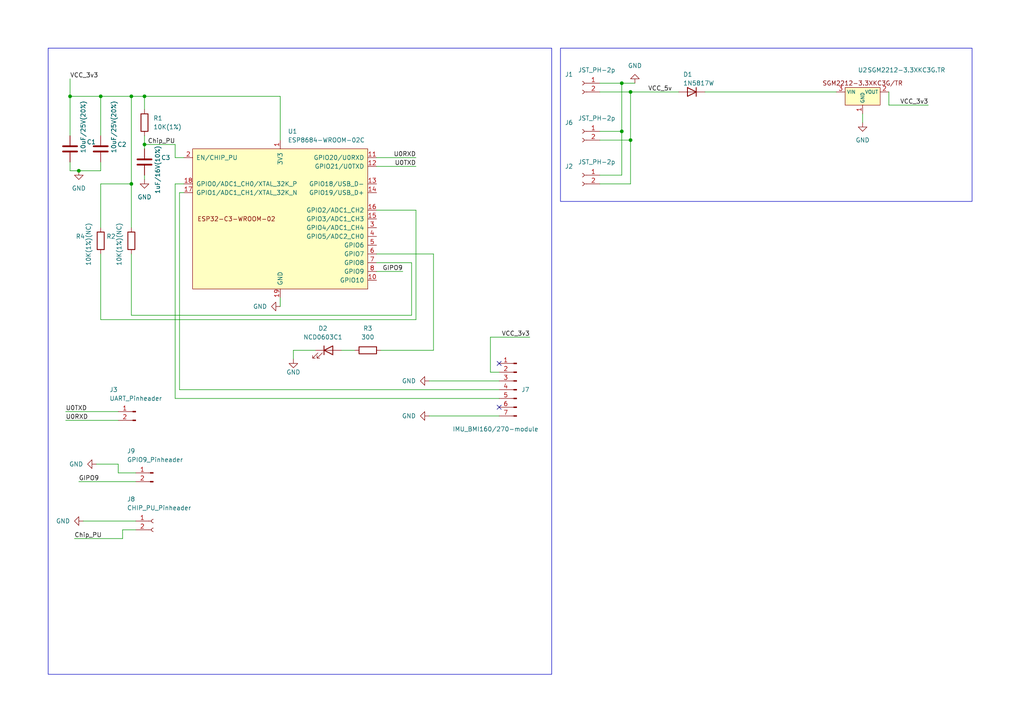
<source format=kicad_sch>
(kicad_sch (version 20230121) (generator eeschema)
  (paper "A4")
  (title_block (title "LimeTK_SomeSlime-MCU") (date "2024-03-13") (rev "v0.1") (company "SourLemonJuice"))
  (lib_symbols
    (symbol "Connector:Conn_01x02_Pin" (pin_names (offset 1.016) hide)
      (property "Reference" "J" (at 0 2.54 0))
      (property "Value" "Conn_01x02_Pin" (at 0 -5.08 0))
      (symbol "Conn_01x02_Pin_1_1"
        (polyline (pts (xy 1.27 -2.54) (xy 0.8636 -2.54)) (stroke (width 0.1524)))
        (polyline (pts (xy 1.27 0) (xy 0.8636 0)) (stroke (width 0.1524)))
        (rectangle (start 0.8636 -2.413) (end 0 -2.667) (stroke (width 0.1524)) (fill (type outline)))
        (rectangle (start 0.8636 0.127) (end 0 -0.127) (stroke (width 0.1524)) (fill (type outline)))
        (pin passive line (at 5.08 0 180) (length 3.81) (name "Pin_1") (number "1"))
        (pin passive line (at 5.08 -2.54 180) (length 3.81) (name "Pin_2") (number "2"))
      )
    )
    (symbol "Connector:Conn_01x02_Socket" (pin_names (offset 1.016) hide)
      (property "Reference" "J" (at 0 2.54 0))
      (property "Value" "Conn_01x02_Socket" (at 0 -5.08 0))
      (symbol "Conn_01x02_Socket_1_1"
        (arc (start 0 -2.032) (mid -0.5058 -2.54) (end 0 -3.048) (stroke (width 0.1524)))
        (polyline (pts (xy -1.27 -2.54) (xy -0.508 -2.54)) (stroke (width 0.1524)))
        (polyline (pts (xy -1.27 0) (xy -0.508 0)) (stroke (width 0.1524)))
        (arc (start 0 0.508) (mid -0.5058 0) (end 0 -0.508) (stroke (width 0.1524)))
        (pin passive line (at -5.08 0 0) (length 3.81) (name "Pin_1") (number "1"))
        (pin passive line (at -5.08 -2.54 0) (length 3.81) (name "Pin_2") (number "2"))
      )
    )
    (symbol "Connector:Conn_01x07_Pin" (pin_names (offset 1.016) hide)
      (property "Reference" "J" (at 0 10.16 0))
      (property "Value" "Conn_01x07_Pin" (at 0 -10.16 0))
      (symbol "Conn_01x07_Pin_1_1"
        (polyline (pts (xy 1.27 -7.62) (xy 0.8636 -7.62)) (stroke (width 0.1524)))
        (polyline (pts (xy 1.27 -5.08) (xy 0.8636 -5.08)) (stroke (width 0.1524)))
        (polyline (pts (xy 1.27 -2.54) (xy 0.8636 -2.54)) (stroke (width 0.1524)))
        (polyline (pts (xy 1.27 0) (xy 0.8636 0)) (stroke (width 0.1524)))
        (polyline (pts (xy 1.27 2.54) (xy 0.8636 2.54)) (stroke (width 0.1524)))
        (polyline (pts (xy 1.27 5.08) (xy 0.8636 5.08)) (stroke (width 0.1524)))
        (polyline (pts (xy 1.27 7.62) (xy 0.8636 7.62)) (stroke (width 0.1524)))
        (rectangle (start 0.8636 -7.493) (end 0 -7.747) (stroke (width 0.1524)) (fill (type outline)))
        (rectangle (start 0.8636 -4.953) (end 0 -5.207) (stroke (width 0.1524)) (fill (type outline)))
        (rectangle (start 0.8636 -2.413) (end 0 -2.667) (stroke (width 0.1524)) (fill (type outline)))
        (rectangle (start 0.8636 0.127) (end 0 -0.127) (stroke (width 0.1524)) (fill (type outline)))
        (rectangle (start 0.8636 2.667) (end 0 2.413) (stroke (width 0.1524)) (fill (type outline)))
        (rectangle (start 0.8636 5.207) (end 0 4.953) (stroke (width 0.1524)) (fill (type outline)))
        (rectangle (start 0.8636 7.747) (end 0 7.493) (stroke (width 0.1524)) (fill (type outline)))
        (pin passive line (at 5.08 7.62 180) (length 3.81) (name "Pin_1") (number "1"))
        (pin passive line (at 5.08 5.08 180) (length 3.81) (name "Pin_2") (number "2"))
        (pin passive line (at 5.08 2.54 180) (length 3.81) (name "Pin_3") (number "3"))
        (pin passive line (at 5.08 0 180) (length 3.81) (name "Pin_4") (number "4"))
        (pin passive line (at 5.08 -2.54 180) (length 3.81) (name "Pin_5") (number "5"))
        (pin passive line (at 5.08 -5.08 180) (length 3.81) (name "Pin_6") (number "6"))
        (pin passive line (at 5.08 -7.62 180) (length 3.81) (name "Pin_7") (number "7"))
      )
    )
    (symbol "Device:C" (pin_numbers hide) (pin_names (offset 0.254))
      (property "Reference" "C" (at 0.635 2.54 0))
      (property "Value" "C" (at 0.635 -2.54 0))
      (symbol "C_0_1"
        (polyline (pts (xy -2.032 -0.762) (xy 2.032 -0.762)) (stroke (width 0.508)))
        (polyline (pts (xy -2.032 0.762) (xy 2.032 0.762)) (stroke (width 0.508)))
      )
      (symbol "C_1_1"
        (pin passive line (at 0 3.81 270) (length 2.794) (name "~") (number "1"))
        (pin passive line (at 0 -3.81 90) (length 2.794) (name "~") (number "2"))
      )
    )
    (symbol "Device:D" (pin_numbers hide) (pin_names (offset 1.016) hide)
      (property "Reference" "D" (at 0 2.54 0))
      (property "Value" "D" (at 0 -2.54 0))
      (symbol "D_0_1"
        (polyline (pts (xy -1.27 1.27) (xy -1.27 -1.27)) (stroke (width 0.254)))
        (polyline (pts (xy 1.27 0) (xy -1.27 0)))
        (polyline (pts (xy 1.27 1.27) (xy 1.27 -1.27) (xy -1.27 0) (xy 1.27 1.27)) (stroke (width 0.254)))
      )
      (symbol "D_1_1"
        (pin passive line (at -3.81 0 0) (length 2.54) (name "K") (number "1"))
        (pin passive line (at 3.81 0 180) (length 2.54) (name "A") (number "2"))
      )
    )
    (symbol "Device:LED" (pin_numbers hide) (pin_names (offset 1.016) hide)
      (property "Reference" "D" (at 0 2.54 0))
      (property "Value" "LED" (at 0 -2.54 0))
      (symbol "LED_0_1"
        (polyline (pts (xy -1.27 -1.27) (xy -1.27 1.27)) (stroke (width 0.254)))
        (polyline (pts (xy -1.27 0) (xy 1.27 0)))
        (polyline (pts (xy 1.27 -1.27) (xy 1.27 1.27) (xy -1.27 0) (xy 1.27 -1.27)) (stroke (width 0.254)))
        (polyline (pts (xy -3.048 -0.762) (xy -4.572 -2.286) (xy -3.81 -2.286) (xy -4.572 -2.286) (xy -4.572 -1.524)))
        (polyline (pts (xy -1.778 -0.762) (xy -3.302 -2.286) (xy -2.54 -2.286) (xy -3.302 -2.286) (xy -3.302 -1.524)))
      )
      (symbol "LED_1_1"
        (pin passive line (at -3.81 0 0) (length 2.54) (name "K") (number "1"))
        (pin passive line (at 3.81 0 180) (length 2.54) (name "A") (number "2"))
      )
    )
    (symbol "Device:R" (pin_numbers hide) (pin_names (offset 0))
      (property "Reference" "R" (at 2.032 0 90))
      (property "Value" "R" (at 0 0 90))
      (symbol "R_0_1"
        (rectangle (start -1.016 -2.54) (end 1.016 2.54) (stroke (width 0.254)))
      )
      (symbol "R_1_1"
        (pin passive line (at 0 3.81 270) (length 1.27) (name "~") (number "1"))
        (pin passive line (at 0 -3.81 90) (length 1.27) (name "~") (number "2"))
      )
    )
    (symbol "PCM_Espressif:ESP32-C3-WROOM-02" (pin_names (offset 1.016))
      (property "Reference" "U" (at -25.4 25.4 0))
      (property "Value" "ESP32-C3-WROOM-02" (at -25.4 22.86 0))
      (symbol "ESP32-C3-WROOM-02_0_0"
        (text "ESP32-C3-WROOM-02" (at -12.7 0 0) (effects (font (size 1.27 1.27))))
      )
      (symbol "ESP32-C3-WROOM-02_0_1"
        (rectangle (start 25.4 20.32) (end -25.4 -20.32) (fill (type background)))
      )
      (symbol "ESP32-C3-WROOM-02_1_1"
        (pin power_in line (at 0 22.86 270) (length 2.54) (name "3V3") (number "1"))
        (pin bidirectional line (at 27.94 -17.78 180) (length 2.54) (name "GPIO10") (number "10"))
        (pin bidirectional line (at 27.94 17.78 180) (length 2.54) (name "GPIO20/U0RXD") (number "11"))
        (pin bidirectional line (at 27.94 15.24 180) (length 2.54) (name "GPIO21/U0TXD") (number "12"))
        (pin bidirectional line (at 27.94 10.16 180) (length 2.54) (name "GPIO18/USB_D-") (number "13"))
        (pin bidirectional line (at 27.94 7.62 180) (length 2.54) (name "GPIO19/USB_D+") (number "14"))
        (pin bidirectional line (at 27.94 0 180) (length 2.54) (name "GPIO3/ADC1_CH3") (number "15"))
        (pin bidirectional line (at 27.94 2.54 180) (length 2.54) (name "GPIO2/ADC1_CH2") (number "16"))
        (pin bidirectional line (at -27.94 7.62 0) (length 2.54) (name "GPIO1/ADC1_CH1/XTAL_32K_N") (number "17"))
        (pin bidirectional line (at -27.94 10.16 0) (length 2.54) (name "GPIO0/ADC1_CH0/XTAL_32K_P") (number "18"))
        (pin power_in line (at 0 -22.86 90) (length 2.54) (name "GND") (number "19"))
        (pin input line (at -27.94 17.78 0) (length 2.54) (name "EN/CHIP_PU") (number "2"))
        (pin bidirectional line (at 27.94 -2.54 180) (length 2.54) (name "GPIO4/ADC1_CH4") (number "3"))
        (pin bidirectional line (at 27.94 -5.08 180) (length 2.54) (name "GPIO5/ADC2_CH0") (number "4"))
        (pin bidirectional line (at 27.94 -7.62 180) (length 2.54) (name "GPIO6") (number "5"))
        (pin bidirectional line (at 27.94 -10.16 180) (length 2.54) (name "GPIO7") (number "6"))
        (pin bidirectional line (at 27.94 -12.7 180) (length 2.54) (name "GPIO8") (number "7"))
        (pin bidirectional line (at 27.94 -15.24 180) (length 2.54) (name "GPIO9") (number "8"))
        (pin passive line (at 0 -22.86 90) (length 2.54) hide (name "GND") (number "9"))
      )
    )
    (symbol "SourLemonJuice:SGM2212-3.3XKC3G/TR"
      (property "Reference" "U" (at -5.08 7.62 0))
      (symbol "SGM2212-3.3XKC3G/TR_1_1"
        (rectangle (start -5.08 3.81) (end 5.08 -1.27) (fill (type background)))
        (text "SGM2212-3.3XKC3G/TR" (at 0 5.08 0) (effects (font (size 1.27 1.27))))
        (pin bidirectional line (at 0 -3.81 90) (length 2.54) (name "GND") (number "1"))
        (pin bidirectional line (at 7.62 2.54 180) (length 2.54) (name "VOUT") (number "2"))
        (pin bidirectional line (at -7.62 2.54 0) (length 2.54) (name "VIN") (number "3"))
      )
    )
    (symbol "power:GND" (power) (pin_names (offset 0))
      (property "Value" "GND" (at 0 -3.81 0))
      (symbol "GND_0_1"
        (polyline (pts (xy 0 0) (xy 0 -1.27) (xy 1.27 -1.27) (xy 0 -2.54) (xy -1.27 -1.27) (xy 0 -1.27)))
      )
      (symbol "GND_1_1"
        (pin power_in line (at 0 0 270) (length 0) hide (name "GND") (number "1"))
      )
    )
  )
  (junction (at 180.34 38.1))
  (junction (at 41.91 41.91))
  (junction (at 38.1 53.34))
  (junction (at 182.88 26.67))
  (junction (at 38.1 27.94))
  (junction (at 180.34 24.13))
  (junction (at 41.91 27.94))
  (junction (at 29.21 27.94))
  (junction (at 22.86 49.53))
  (junction (at 20.32 27.94))
  (junction (at 182.88 40.64))
  (no_connect (at 144.78 118.11))
  (no_connect (at 144.78 105.41))
  (wire (pts (xy 41.91 27.94) (xy 81.28 27.94)))
  (wire (pts (xy 50.8 53.34) (xy 50.8 115.57)))
  (wire (pts (xy 29.21 53.34) (xy 38.1 53.34)))
  (wire (pts (xy 99.06 101.6) (xy 102.87 101.6)))
  (wire (pts (xy 124.46 120.65) (xy 144.78 120.65)))
  (wire (pts (xy 52.07 55.88) (xy 52.07 113.03)))
  (wire (pts (xy 119.38 91.44) (xy 38.1 91.44)))
  (wire (pts (xy 27.94 134.62) (xy 34.29 134.62)))
  (wire (pts (xy 41.91 41.91) (xy 41.91 43.18)))
  (wire (pts (xy 109.22 73.66) (xy 125.73 73.66)))
  (wire (pts (xy 257.81 30.48) (xy 269.24 30.48)))
  (wire (pts (xy 142.24 97.79) (xy 153.67 97.79)))
  (wire (pts (xy 250.19 33.02) (xy 250.19 35.56)))
  (wire (pts (xy 109.22 48.26) (xy 120.65 48.26)))
  (wire (pts (xy 20.32 49.53) (xy 22.86 49.53)))
  (wire (pts (xy 41.91 27.94) (xy 41.91 31.75)))
  (wire (pts (xy 24.13 151.13) (xy 39.37 151.13)))
  (wire (pts (xy 29.21 46.99) (xy 29.21 49.53)))
  (wire (pts (xy 173.99 53.34) (xy 182.88 53.34)))
  (wire (pts (xy 204.47 26.67) (xy 242.57 26.67)))
  (wire (pts (xy 109.22 76.2) (xy 119.38 76.2)))
  (wire (pts (xy 81.28 88.9) (xy 81.28 86.36)))
  (wire (pts (xy 50.8 45.72) (xy 53.34 45.72)))
  (wire (pts (xy 182.88 40.64) (xy 182.88 53.34)))
  (wire (pts (xy 124.46 110.49) (xy 144.78 110.49)))
  (wire (pts (xy 19.05 119.38) (xy 34.29 119.38)))
  (wire (pts (xy 41.91 50.8) (xy 41.91 52.07)))
  (wire (pts (xy 35.56 153.67) (xy 39.37 153.67)))
  (wire (pts (xy 22.86 139.7) (xy 39.37 139.7)))
  (wire (pts (xy 22.86 49.53) (xy 29.21 49.53)))
  (wire (pts (xy 20.32 49.53) (xy 20.32 46.99)))
  (wire (pts (xy 38.1 27.94) (xy 38.1 53.34)))
  (wire (pts (xy 50.8 115.57) (xy 144.78 115.57)))
  (wire (pts (xy 81.28 27.94) (xy 81.28 40.64)))
  (wire (pts (xy 180.34 38.1) (xy 180.34 50.8)))
  (wire (pts (xy 50.8 41.91) (xy 50.8 45.72)))
  (wire (pts (xy 180.34 24.13) (xy 184.15 24.13)))
  (wire (pts (xy 29.21 27.94) (xy 20.32 27.94)))
  (wire (pts (xy 173.99 50.8) (xy 180.34 50.8)))
  (wire (pts (xy 52.07 113.03) (xy 144.78 113.03)))
  (wire (pts (xy 29.21 92.71) (xy 120.65 92.71)))
  (wire (pts (xy 34.29 134.62) (xy 34.29 137.16)))
  (wire (pts (xy 34.29 137.16) (xy 39.37 137.16)))
  (wire (pts (xy 52.07 55.88) (xy 53.34 55.88)))
  (wire (pts (xy 29.21 73.66) (xy 29.21 92.71)))
  (wire (pts (xy 109.22 45.72) (xy 120.65 45.72)))
  (wire (pts (xy 85.09 101.6) (xy 91.44 101.6)))
  (wire (pts (xy 120.65 92.71) (xy 120.65 60.96)))
  (wire (pts (xy 119.38 76.2) (xy 119.38 91.44)))
  (wire (pts (xy 182.88 26.67) (xy 182.88 40.64)))
  (wire (pts (xy 182.88 26.67) (xy 173.99 26.67)))
  (wire (pts (xy 173.99 38.1) (xy 180.34 38.1)))
  (wire (pts (xy 29.21 27.94) (xy 29.21 39.37)))
  (wire (pts (xy 142.24 107.95) (xy 144.78 107.95)))
  (wire (pts (xy 85.09 104.14) (xy 85.09 101.6)))
  (wire (pts (xy 173.99 24.13) (xy 180.34 24.13)))
  (wire (pts (xy 50.8 53.34) (xy 53.34 53.34)))
  (wire (pts (xy 38.1 27.94) (xy 41.91 27.94)))
  (wire (pts (xy 20.32 22.86) (xy 20.32 27.94)))
  (wire (pts (xy 38.1 53.34) (xy 38.1 66.04)))
  (wire (pts (xy 41.91 41.91) (xy 50.8 41.91)))
  (wire (pts (xy 182.88 26.67) (xy 196.85 26.67)))
  (wire (pts (xy 29.21 66.04) (xy 29.21 53.34)))
  (wire (pts (xy 21.59 156.21) (xy 35.56 156.21)))
  (wire (pts (xy 41.91 39.37) (xy 41.91 41.91)))
  (wire (pts (xy 120.65 60.96) (xy 109.22 60.96)))
  (wire (pts (xy 35.56 156.21) (xy 35.56 153.67)))
  (wire (pts (xy 38.1 73.66) (xy 38.1 91.44)))
  (wire (pts (xy 125.73 101.6) (xy 110.49 101.6)))
  (wire (pts (xy 19.05 121.92) (xy 34.29 121.92)))
  (wire (pts (xy 180.34 24.13) (xy 180.34 38.1)))
  (wire (pts (xy 20.32 27.94) (xy 20.32 39.37)))
  (wire (pts (xy 142.24 97.79) (xy 142.24 107.95)))
  (wire (pts (xy 125.73 73.66) (xy 125.73 101.6)))
  (wire (pts (xy 109.22 78.74) (xy 116.84 78.74)))
  (wire (pts (xy 29.21 27.94) (xy 38.1 27.94)))
  (wire (pts (xy 173.99 40.64) (xy 182.88 40.64)))
  (wire (pts (xy 257.81 30.48) (xy 257.81 26.67)))
  (rectangle (start 13.97 13.97) (end 160.02 195.58))
  (rectangle (start 162.56 13.97) (end 281.94 58.42))
  (label "Chip_PU" (at 50.8 41.91 180))
  (label "VCC_3v3" (at 153.67 97.79 180))
  (label "U0RXD" (at 120.65 45.72 180))
  (label "U0TXD" (at 120.65 48.26 180))
  (label "VCC_5v" (at 187.96 26.67 0))
  (label "U0TXD" (at 19.05 119.38 0))
  (label "VCC_3v3" (at 269.24 30.48 180))
  (label "Chip_PU" (at 21.59 156.21 0))
  (label "VCC_3v3" (at 20.32 22.86 0))
  (label "GIPO9" (at 22.86 139.7 0))
  (label "GIPO9" (at 116.84 78.74 180))
  (label "U0RXD" (at 19.05 121.92 0))
  (symbol (lib_id "Device:C") (at 20.32 43.18 0) (unit 1)
    (property "Reference" "C1" (at 25.13 41.91 0) (effects (justify left bottom)))
    (property "Value" "10uF/25V(20%)" (at 24.13 44.45 90) (effects (justify left)))
    (property "Footprint" "Resistor_SMD:R_0603_1608Metric_Pad0.98x0.95mm_HandSolder" (effects hide))
  )
  (symbol (lib_id "Connector:Conn_01x02_Socket") (at 168.91 38.1 0) (mirror y) (unit 1)
    (property "Reference" "J6" (at 163.83 35.56 0) (effects (justify right)))
    (property "Value" "JST_PH-2p" (at 167.64 34.29 0) (effects (justify right)))
    (property "Footprint" "Connector_JST:JST_PH_B2B-PH-K_1x02_P2.00mm_Vertical" (effects hide))
  )
  (symbol (lib_id "Device:R") (at 106.68 101.6 270) (unit 1)
    (property "Reference" "R3" (at 106.68 95.25 90))
    (property "Value" "300" (at 106.68 97.79 90))
    (property "Footprint" "Resistor_SMD:R_0603_1608Metric_Pad0.98x0.95mm_HandSolder" (effects hide))
  )
  (symbol (lib_id "power:GND") (at 22.86 49.53 0) (unit 1)
    (property "Reference" "#PWR01" (effects hide))
    (property "Value" "GND" (at 22.86 54.61 0))
  )
  (symbol (lib_id "power:GND") (at 27.94 134.62 270) (unit 1)
    (property "Reference" "#PWR013" (effects hide))
    (property "Value" "GND" (at 24.13 134.62 90) (effects (justify right)))
  )
  (symbol (lib_id "power:GND") (at 250.19 35.56 0) (unit 1)
    (property "Reference" "#PWR06" (effects hide))
    (property "Value" "GND" (at 250.19 40.64 0))
  )
  (symbol (lib_id "power:GND") (at 124.46 110.49 270) (unit 1)
    (property "Reference" "#PWR09" (effects hide))
    (property "Value" "GND" (at 120.65 110.49 90) (effects (justify right)))
  )
  (symbol (lib_id "Device:R") (at 29.21 69.85 0) (mirror y) (unit 1)
    (property "Reference" "R4" (at 24.67 68.58 0) (effects (justify left)))
    (property "Value" "10K(1%)(NC)" (at 25.67 77.12 90) (effects (justify left)))
    (property "Footprint" "Resistor_SMD:R_0603_1608Metric_Pad0.98x0.95mm_HandSolder" (effects hide))
  )
  (symbol (lib_id "Device:D") (at 200.66 26.67 0) (mirror y) (unit 1)
    (property "Reference" "D1" (at 198.12 21.59 0) (effects (justify right)))
    (property "Value" "1N5817W" (at 198.12 24.13 0) (effects (justify right)))
    (property "Footprint" "Diode_SMD:D_SOD-123" (effects hide))
    (property "Sim.Device" "D" (effects hide))
    (property "Sim.Pins" "1=K 2=A" (effects hide))
  )
  (symbol (lib_id "Device:C") (at 41.91 46.99 0) (unit 1)
    (property "Reference" "C3" (at 46.72 45.72 0) (effects (justify left)))
    (property "Value" "1uF/16V(10%)" (at 45.72 56.26 90) (effects (justify left)))
    (property "Footprint" "Resistor_SMD:R_0603_1608Metric_Pad0.98x0.95mm_HandSolder" (effects hide))
  )
  (symbol (lib_id "power:GND") (at 81.28 88.9 270) (mirror x) (unit 1)
    (property "Reference" "#PWR03" (effects hide))
    (property "Value" "GND" (at 77.47 88.9 90) (effects (justify right)))
  )
  (symbol (lib_id "Device:R") (at 41.91 35.56 0) (unit 1)
    (property "Reference" "R1" (at 44.45 34.29 0) (effects (justify left)))
    (property "Value" "10K(1%)" (at 44.45 36.83 0) (effects (justify left)))
    (property "Footprint" "Resistor_SMD:R_0603_1608Metric_Pad0.98x0.95mm_HandSolder" (effects hide))
  )
  (symbol (lib_id "Connector:Conn_01x02_Socket") (at 168.91 50.8 0) (mirror y) (unit 1)
    (property "Reference" "J2" (at 163.83 48.26 0) (effects (justify right)))
    (property "Value" "JST_PH-2p" (at 167.64 46.99 0) (effects (justify right)))
    (property "Footprint" "Connector_JST:JST_PH_B2B-PH-K_1x02_P2.00mm_Vertical" (effects hide))
  )
  (symbol (lib_id "Connector:Conn_01x02_Pin") (at 44.45 137.16 0) (mirror y) (unit 1)
    (property "Reference" "J9" (at 36.83 130.81 0) (effects (justify right)))
    (property "Value" "GPIO9_Pinheader" (at 36.83 133.35 0) (effects (justify right)))
    (property "Footprint" "Connector_PinHeader_2.54mm:PinHeader_1x02_P2.54mm_Vertical" (effects hide))
  )
  (symbol (lib_id "power:GND") (at 24.13 151.13 270) (unit 1)
    (property "Reference" "#PWR05" (effects hide))
    (property "Value" "GND" (at 20.32 151.13 90) (effects (justify right)))
  )
  (symbol (lib_id "Device:R") (at 38.1 69.85 0) (mirror y) (unit 1)
    (property "Reference" "R2" (at 33.56 68.58 0) (effects (justify left)))
    (property "Value" "10K(1%)(NC)" (at 34.56 77.12 90) (effects (justify left)))
    (property "Footprint" "Resistor_SMD:R_0603_1608Metric_Pad0.98x0.95mm_HandSolder" (effects hide))
  )
  (symbol (lib_id "power:GND") (at 184.15 24.13 180) (unit 1)
    (property "Reference" "#PWR04" (effects hide))
    (property "Value" "GND" (at 184.15 19.05 0))
  )
  (symbol (lib_id "Connector:Conn_01x02_Socket") (at 44.45 151.13 0) (unit 1)
    (property "Reference" "J8" (at 36.83 144.78 0) (effects (justify left)))
    (property "Value" "CHIP_PU_Pinheader" (at 36.83 147.32 0) (effects (justify left)))
    (property "Footprint" "Connector_PinHeader_2.54mm:PinHeader_1x02_P2.54mm_Vertical" (effects hide))
  )
  (symbol (lib_id "power:GND") (at 41.91 52.07 0) (unit 1)
    (property "Reference" "#PWR02" (effects hide))
    (property "Value" "GND" (at 41.91 57.15 0))
  )
  (symbol (lib_id "power:GND") (at 124.46 120.65 270) (unit 1)
    (property "Reference" "#PWR010" (effects hide))
    (property "Value" "GND" (at 120.65 120.65 90) (effects (justify right)))
  )
  (symbol (lib_id "Connector:Conn_01x07_Pin") (at 149.86 113.03 0) (mirror y) (unit 1)
    (property "Reference" "J7" (at 152.4 113.03 0))
    (property "Value" "IMU_BMI160/270-module" (at 156.21 124.46 0) (effects (justify left)))
    (property "Footprint" "Connector_PinHeader_2.54mm:PinHeader_1x07_P2.54mm_Vertical" (effects hide))
  )
  (symbol (lib_id "Connector:Conn_01x02_Pin") (at 39.37 119.38 0) (mirror y) (unit 1)
    (property "Reference" "J3" (at 31.75 113.03 0) (effects (justify right)))
    (property "Value" "UART_Pinheader" (at 31.75 115.57 0) (effects (justify right)))
    (property "Footprint" "Connector_PinHeader_2.54mm:PinHeader_1x02_P2.54mm_Vertical" (effects hide))
  )
  (symbol (lib_id "Device:C") (at 29.21 43.18 0) (unit 1)
    (property "Reference" "C2" (at 34.02 41.91 0) (effects (justify left)))
    (property "Value" "10uF/25V(20%)" (at 33.02 44.45 90) (effects (justify left)))
    (property "Footprint" "Resistor_SMD:R_0603_1608Metric_Pad0.98x0.95mm_HandSolder" (effects hide))
  )
  (symbol (lib_id "Device:LED") (at 95.25 101.6 0) (unit 1)
    (property "Reference" "D2" (at 93.6625 95.25 0))
    (property "Value" "NCD0603C1" (at 93.6625 97.79 0))
    (property "Footprint" "LED_SMD:LED_0603_1608Metric_Pad1.05x0.95mm_HandSolder" (effects hide))
  )
  (symbol (lib_id "power:GND") (at 85.09 104.14 0) (mirror y) (unit 1)
    (property "Reference" "#PWR07" (effects hide))
    (property "Value" "GND" (at 85.09 107.95 0))
  )
  (symbol (lib_id "Connector:Conn_01x02_Socket") (at 168.91 24.13 0) (mirror y) (unit 1)
    (property "Reference" "J1" (at 163.83 21.59 0) (effects (justify right)))
    (property "Value" "JST_PH-2p" (at 167.64 20.32 0) (effects (justify right)))
    (property "Footprint" "Connector_JST:JST_PH_B2B-PH-K_1x02_P2.00mm_Vertical" (effects hide))
  )
  (symbol (lib_id "SourLemonJuice:SGM2212-3.3XKC3G/TR") (at 250.19 29.21 0) (unit 1)
    (property "Reference" "U2" (at 250.19 20.32 0))
    (property "Value" "SGM2212-3.3XKC3G.TR" (at 262.89 20.32 0))
    (property "Footprint" "SourLemonJuice:SGM2212-3.3XKC3G.TR" (effects hide))
    (property "Datasheet" "https://www.sg-micro.com/uploads/soft/20230723/1690103353.pdf" (effects hide))
  )
  (symbol (lib_id "PCM_Espressif:ESP32-C3-WROOM-02") (at 81.28 63.5 0) (unit 1)
    (property "Reference" "U1" (at 83.4741 38.1 0) (effects (justify left)))
    (property "Value" "ESP8684-WROOM-02C" (at 83.4741 40.64 0) (effects (justify left)))
    (property "Footprint" "PCM_Espressif:ESP32-C3-WROOM-02" (effects hide))
    (property "Datasheet" "https://www.espressif.com/sites/default/files/documentation/esp32-c3-wroom-02_datasheet_en.pdf" (effects hide))
  )
)
</source>
